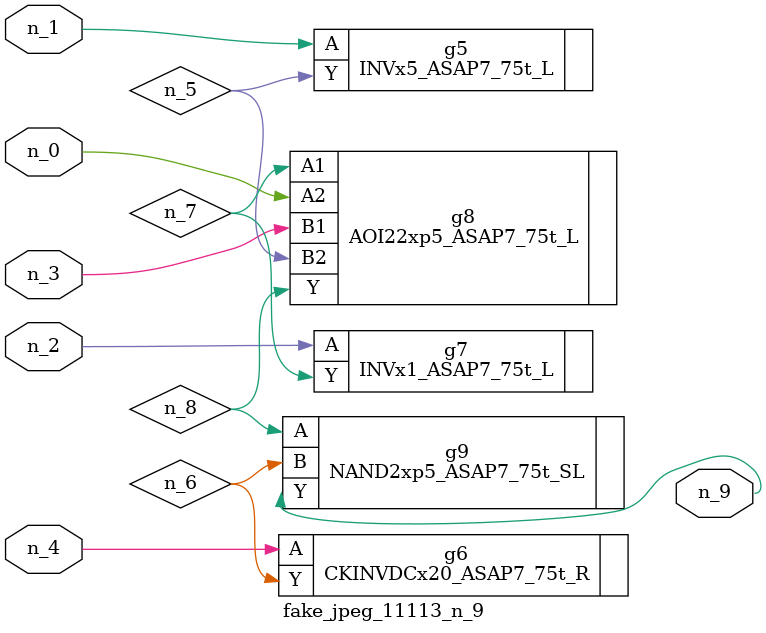
<source format=v>
module fake_jpeg_11113_n_9 (n_3, n_2, n_1, n_0, n_4, n_9);

input n_3;
input n_2;
input n_1;
input n_0;
input n_4;

output n_9;

wire n_8;
wire n_6;
wire n_5;
wire n_7;

INVx5_ASAP7_75t_L g5 ( 
.A(n_1),
.Y(n_5)
);

CKINVDCx20_ASAP7_75t_R g6 ( 
.A(n_4),
.Y(n_6)
);

INVx1_ASAP7_75t_L g7 ( 
.A(n_2),
.Y(n_7)
);

AOI22xp5_ASAP7_75t_L g8 ( 
.A1(n_7),
.A2(n_0),
.B1(n_3),
.B2(n_5),
.Y(n_8)
);

NAND2xp5_ASAP7_75t_SL g9 ( 
.A(n_8),
.B(n_6),
.Y(n_9)
);


endmodule
</source>
